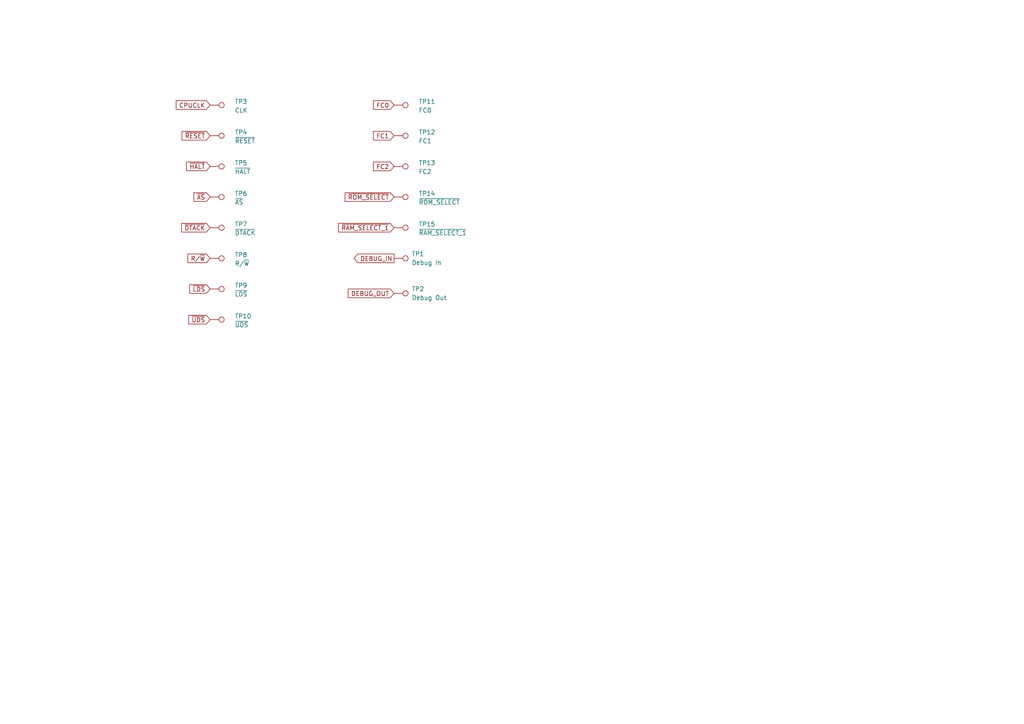
<source format=kicad_sch>
(kicad_sch (version 20250114) (generator "eeschema") (generator_version "9.0")
  (paper "A4")
  (lib_symbols
    (symbol "Connector:TestPoint" (pin_numbers (hide yes)) (pin_names (offset 0.762) (hide yes))
      (property "Reference" "TP" (at 0 6.858 0))
      (property "Value" "TestPoint" (at 0 5.08 0))
      (symbol "TestPoint_0_1"
        (circle (center 0 3.302) (radius 0.762))
      )
      (symbol "TestPoint_1_1"
        (pin passive line (at 0 0 90) (length 2.54) (name "1") (number "1"))
      )
    )
  )
  (global_label "~{AS}" (shape input) (at 60.96 57.15 180) (property "Intersheetrefs" "${INTERSHEET_REFS}" (effects (hide yes))))
  (global_label "R{slash}~{W}" (shape input) (at 60.96 74.93 180) (property "Intersheetrefs" "${INTERSHEET_REFS}" (effects (hide yes))))
  (global_label "~{UDS}" (shape input) (at 60.96 92.71 180) (property "Intersheetrefs" "${INTERSHEET_REFS}" (effects (hide yes))))
  (global_label "~{RAM_SELECT_1}" (shape input) (at 114.3 66.04 180) (property "Intersheetrefs" "${INTERSHEET_REFS}" (effects (hide yes))))
  (global_label "~{LDS}" (shape input) (at 60.96 83.82 180) (property "Intersheetrefs" "${INTERSHEET_REFS}" (effects (hide yes))))
  (global_label "FC2" (shape input) (at 114.3 48.26 180) (property "Intersheetrefs" "${INTERSHEET_REFS}" (effects (hide yes))))
  (global_label "~{HALT}" (shape input) (at 60.96 48.26 180) (property "Intersheetrefs" "${INTERSHEET_REFS}" (effects (hide yes))))
  (global_label "DEBUG_OUT" (shape input) (at 114.3 85.09 180) (property "Intersheetrefs" "${INTERSHEET_REFS}" (effects (hide yes))))
  (global_label "FC0" (shape input) (at 114.3 30.48 180) (property "Intersheetrefs" "${INTERSHEET_REFS}" (effects (hide yes))))
  (global_label "DEBUG_IN" (shape output) (at 114.3 74.93 180) (property "Intersheetrefs" "${INTERSHEET_REFS}" (effects (hide yes))))
  (global_label "FC1" (shape input) (at 114.3 39.37 180) (property "Intersheetrefs" "${INTERSHEET_REFS}" (effects (hide yes))))
  (global_label "CPUCLK" (shape input) (at 60.96 30.48 180) (property "Intersheetrefs" "${INTERSHEET_REFS}" (effects (hide yes))))
  (global_label "~{ROM_SELECT}" (shape input) (at 114.3 57.15 180) (property "Intersheetrefs" "${INTERSHEET_REFS}" (effects (hide yes))))
  (global_label "~{DTACK}" (shape input) (at 60.96 66.04 180) (property "Intersheetrefs" "${INTERSHEET_REFS}" (effects (hide yes))))
  (global_label "~{RESET}" (shape input) (at 60.96 39.37 180) (property "Intersheetrefs" "${INTERSHEET_REFS}" (effects (hide yes))))
  (symbol (lib_id "Connector:TestPoint") (at 114.3 39.37 270) (unit 1)
    (property "Reference" "TP12" (at 121.412 38.354 90) (effects (justify left)))
    (property "Value" "FC1" (at 121.412 40.894 90) (effects (justify left)))
    (property "Footprint" "TestPoint:TestPoint_THTPad_D2.0mm_Drill1.0mm" (effects (hide yes)))
    (property "Description" "test point" (effects (hide yes)))
  )
  (symbol (lib_id "Connector:TestPoint") (at 60.96 57.15 270) (unit 1)
    (property "Reference" "TP6" (at 68.072 56.134 90) (effects (justify left)))
    (property "Value" "~{AS}" (at 68.072 58.674 90) (effects (justify left)))
    (property "Footprint" "TestPoint:TestPoint_THTPad_D2.0mm_Drill1.0mm" (effects (hide yes)))
    (property "Description" "test point" (effects (hide yes)))
  )
  (symbol (lib_id "Connector:TestPoint") (at 114.3 30.48 270) (unit 1)
    (property "Reference" "TP11" (at 121.412 29.464 90) (effects (justify left)))
    (property "Value" "FC0" (at 121.412 32.004 90) (effects (justify left)))
    (property "Footprint" "TestPoint:TestPoint_THTPad_D2.0mm_Drill1.0mm" (effects (hide yes)))
    (property "Description" "test point" (effects (hide yes)))
  )
  (symbol (lib_id "Connector:TestPoint") (at 60.96 83.82 270) (unit 1)
    (property "Reference" "TP9" (at 68.072 82.804 90) (effects (justify left)))
    (property "Value" "~{LDS}" (at 68.072 85.344 90) (effects (justify left)))
    (property "Footprint" "TestPoint:TestPoint_THTPad_D2.0mm_Drill1.0mm" (effects (hide yes)))
    (property "Description" "test point" (effects (hide yes)))
  )
  (symbol (lib_id "Connector:TestPoint") (at 60.96 48.26 270) (unit 1)
    (property "Reference" "TP5" (at 68.072 47.244 90) (effects (justify left)))
    (property "Value" "~{HALT}" (at 68.072 49.784 90) (effects (justify left)))
    (property "Footprint" "TestPoint:TestPoint_THTPad_D2.0mm_Drill1.0mm" (effects (hide yes)))
    (property "Description" "test point" (effects (hide yes)))
  )
  (symbol (lib_id "Connector:TestPoint") (at 60.96 74.93 270) (unit 1)
    (property "Reference" "TP8" (at 68.072 73.914 90) (effects (justify left)))
    (property "Value" "R/~{W}" (at 68.072 76.454 90) (effects (justify left)))
    (property "Footprint" "TestPoint:TestPoint_THTPad_D2.0mm_Drill1.0mm" (effects (hide yes)))
    (property "Description" "test point" (effects (hide yes)))
  )
  (symbol (lib_id "Connector:TestPoint") (at 60.96 92.71 270) (unit 1)
    (property "Reference" "TP10" (at 68.072 91.694 90) (effects (justify left)))
    (property "Value" "~{UDS}" (at 68.072 94.234 90) (effects (justify left)))
    (property "Footprint" "TestPoint:TestPoint_THTPad_D2.0mm_Drill1.0mm" (effects (hide yes)))
    (property "Description" "test point" (effects (hide yes)))
  )
  (symbol (lib_id "Connector:TestPoint") (at 114.3 66.04 270) (unit 1)
    (property "Reference" "TP15" (at 121.412 65.024 90) (effects (justify left)))
    (property "Value" "~{RAM_SELECT_1}" (at 121.412 67.564 90) (effects (justify left)))
    (property "Footprint" "TestPoint:TestPoint_THTPad_D2.0mm_Drill1.0mm" (effects (hide yes)))
    (property "Description" "test point" (effects (hide yes)))
  )
  (symbol (lib_id "Connector:TestPoint") (at 60.96 66.04 270) (unit 1)
    (property "Reference" "TP7" (at 68.072 65.024 90) (effects (justify left)))
    (property "Value" "~{DTACK}" (at 68.072 67.564 90) (effects (justify left)))
    (property "Footprint" "TestPoint:TestPoint_THTPad_D2.0mm_Drill1.0mm" (effects (hide yes)))
    (property "Description" "test point" (effects (hide yes)))
  )
  (symbol (lib_id "Connector:TestPoint") (at 114.3 48.26 270) (unit 1)
    (property "Reference" "TP13" (at 121.412 47.244 90) (effects (justify left)))
    (property "Value" "FC2" (at 121.412 49.784 90) (effects (justify left)))
    (property "Footprint" "TestPoint:TestPoint_THTPad_D2.0mm_Drill1.0mm" (effects (hide yes)))
    (property "Description" "test point" (effects (hide yes)))
  )
  (symbol (lib_id "Connector:TestPoint") (at 60.96 39.37 270) (unit 1)
    (property "Reference" "TP4" (at 68.072 38.354 90) (effects (justify left)))
    (property "Value" "~{RESET}" (at 68.072 40.894 90) (effects (justify left)))
    (property "Footprint" "TestPoint:TestPoint_THTPad_D2.0mm_Drill1.0mm" (effects (hide yes)))
    (property "Description" "test point" (effects (hide yes)))
  )
  (symbol (lib_id "Connector:TestPoint") (at 114.3 74.93 270) (unit 1)
    (property "Reference" "TP1" (at 119.38 73.6599 90) (effects (justify left)))
    (property "Value" "Debug In" (at 119.38 76.1999 90) (effects (justify left)))
    (property "Footprint" "Connector_PinHeader_2.54mm:PinHeader_1x01_P2.54mm_Vertical" (effects (hide yes)))
    (property "Description" "test point" (effects (hide yes)))
  )
  (symbol (lib_id "Connector:TestPoint") (at 60.96 30.48 270) (unit 1)
    (property "Reference" "TP3" (at 68.072 29.464 90) (effects (justify left)))
    (property "Value" "CLK" (at 68.072 32.004 90) (effects (justify left)))
    (property "Footprint" "TestPoint:TestPoint_THTPad_D2.0mm_Drill1.0mm" (effects (hide yes)))
    (property "Description" "test point" (effects (hide yes)))
  )
  (symbol (lib_id "Connector:TestPoint") (at 114.3 57.15 270) (unit 1)
    (property "Reference" "TP14" (at 121.412 56.134 90) (effects (justify left)))
    (property "Value" "~{ROM_SELECT}" (at 121.412 58.674 90) (effects (justify left)))
    (property "Footprint" "TestPoint:TestPoint_THTPad_D2.0mm_Drill1.0mm" (effects (hide yes)))
    (property "Description" "test point" (effects (hide yes)))
  )
  (symbol (lib_id "Connector:TestPoint") (at 114.3 85.09 270) (unit 1)
    (property "Reference" "TP2" (at 119.38 83.8199 90) (effects (justify left)))
    (property "Value" "Debug Out" (at 119.38 86.3599 90) (effects (justify left)))
    (property "Footprint" "Connector_PinHeader_2.54mm:PinHeader_1x01_P2.54mm_Vertical" (effects (hide yes)))
    (property "Description" "test point" (effects (hide yes)))
  )
)
</source>
